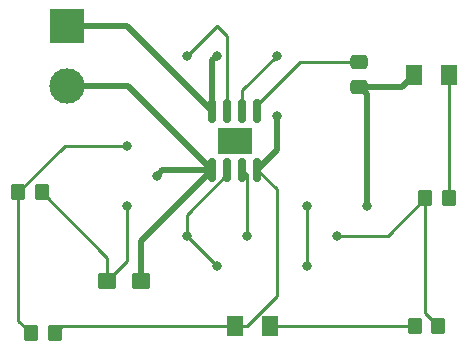
<source format=gbr>
%TF.GenerationSoftware,KiCad,Pcbnew,(6.0.10)*%
%TF.CreationDate,2023-02-17T10:00:27-08:00*%
%TF.ProjectId,exercise2,65786572-6369-4736-9532-2e6b69636164,rev?*%
%TF.SameCoordinates,Original*%
%TF.FileFunction,Copper,L1,Top*%
%TF.FilePolarity,Positive*%
%FSLAX46Y46*%
G04 Gerber Fmt 4.6, Leading zero omitted, Abs format (unit mm)*
G04 Created by KiCad (PCBNEW (6.0.10)) date 2023-02-17 10:00:27*
%MOMM*%
%LPD*%
G01*
G04 APERTURE LIST*
G04 Aperture macros list*
%AMRoundRect*
0 Rectangle with rounded corners*
0 $1 Rounding radius*
0 $2 $3 $4 $5 $6 $7 $8 $9 X,Y pos of 4 corners*
0 Add a 4 corners polygon primitive as box body*
4,1,4,$2,$3,$4,$5,$6,$7,$8,$9,$2,$3,0*
0 Add four circle primitives for the rounded corners*
1,1,$1+$1,$2,$3*
1,1,$1+$1,$4,$5*
1,1,$1+$1,$6,$7*
1,1,$1+$1,$8,$9*
0 Add four rect primitives between the rounded corners*
20,1,$1+$1,$2,$3,$4,$5,0*
20,1,$1+$1,$4,$5,$6,$7,0*
20,1,$1+$1,$6,$7,$8,$9,0*
20,1,$1+$1,$8,$9,$2,$3,0*%
G04 Aperture macros list end*
%TA.AperFunction,SMDPad,CuDef*%
%ADD10RoundRect,0.150000X0.150000X-0.825000X0.150000X0.825000X-0.150000X0.825000X-0.150000X-0.825000X0*%
%TD*%
%TA.AperFunction,SMDPad,CuDef*%
%ADD11R,3.000000X2.290000*%
%TD*%
%TA.AperFunction,SMDPad,CuDef*%
%ADD12RoundRect,0.250000X-0.350000X-0.450000X0.350000X-0.450000X0.350000X0.450000X-0.350000X0.450000X0*%
%TD*%
%TA.AperFunction,SMDPad,CuDef*%
%ADD13RoundRect,0.250000X0.350000X0.450000X-0.350000X0.450000X-0.350000X-0.450000X0.350000X-0.450000X0*%
%TD*%
%TA.AperFunction,ComponentPad*%
%ADD14C,3.000000*%
%TD*%
%TA.AperFunction,ComponentPad*%
%ADD15R,3.000000X3.000000*%
%TD*%
%TA.AperFunction,SMDPad,CuDef*%
%ADD16RoundRect,0.250001X-0.462499X-0.624999X0.462499X-0.624999X0.462499X0.624999X-0.462499X0.624999X0*%
%TD*%
%TA.AperFunction,SMDPad,CuDef*%
%ADD17RoundRect,0.250001X0.462499X0.624999X-0.462499X0.624999X-0.462499X-0.624999X0.462499X-0.624999X0*%
%TD*%
%TA.AperFunction,SMDPad,CuDef*%
%ADD18RoundRect,0.250000X-0.475000X0.337500X-0.475000X-0.337500X0.475000X-0.337500X0.475000X0.337500X0*%
%TD*%
%TA.AperFunction,SMDPad,CuDef*%
%ADD19RoundRect,0.250000X-0.537500X-0.425000X0.537500X-0.425000X0.537500X0.425000X-0.537500X0.425000X0*%
%TD*%
%TA.AperFunction,ViaPad*%
%ADD20C,0.800000*%
%TD*%
%TA.AperFunction,Conductor*%
%ADD21C,0.508000*%
%TD*%
%TA.AperFunction,Conductor*%
%ADD22C,0.254000*%
%TD*%
G04 APERTURE END LIST*
D10*
%TO.P,U1,1,GND*%
%TO.N,GND*%
X134260000Y-78245000D03*
%TO.P,U1,2,TR*%
%TO.N,/pin_2*%
X135530000Y-78245000D03*
%TO.P,U1,3,Q*%
%TO.N,/pin_3*%
X136800000Y-78245000D03*
%TO.P,U1,4,R*%
%TO.N,+9V*%
X138070000Y-78245000D03*
%TO.P,U1,5,CV*%
%TO.N,Net-(C2-Pad1)*%
X138070000Y-73295000D03*
%TO.P,U1,6,THR*%
%TO.N,/pin_2*%
X136800000Y-73295000D03*
%TO.P,U1,7,DIS*%
%TO.N,/pin_7*%
X135530000Y-73295000D03*
%TO.P,U1,8,VCC*%
%TO.N,+9V*%
X134260000Y-73295000D03*
D11*
%TO.P,U1,9*%
%TO.N,N/C*%
X136165000Y-75770000D03*
%TD*%
D12*
%TO.P,R4,1*%
%TO.N,/pin_3*%
X152308256Y-80675000D03*
%TO.P,R4,2*%
%TO.N,Net-(D2-Pad2)*%
X154308256Y-80675000D03*
%TD*%
%TO.P,R3,1*%
%TO.N,Net-(D1-Pad1)*%
X151400000Y-91440000D03*
%TO.P,R3,2*%
%TO.N,/pin_3*%
X153400000Y-91440000D03*
%TD*%
%TO.P,R2,1*%
%TO.N,/pin_7*%
X117834128Y-80150000D03*
%TO.P,R2,2*%
%TO.N,/pin_2*%
X119834128Y-80150000D03*
%TD*%
D13*
%TO.P,R1,1*%
%TO.N,+9V*%
X120907064Y-92100000D03*
%TO.P,R1,2*%
%TO.N,/pin_7*%
X118907064Y-92100000D03*
%TD*%
D14*
%TO.P,J1,2,Pin_2*%
%TO.N,GND*%
X121920000Y-71120000D03*
D15*
%TO.P,J1,1,Pin_1*%
%TO.N,+9V*%
X121920000Y-66040000D03*
%TD*%
D16*
%TO.P,D2,1,K*%
%TO.N,GND*%
X151312500Y-70240000D03*
%TO.P,D2,2,A*%
%TO.N,Net-(D2-Pad2)*%
X154287500Y-70240000D03*
%TD*%
D17*
%TO.P,D1,1,K*%
%TO.N,Net-(D1-Pad1)*%
X139130000Y-91440000D03*
%TO.P,D1,2,A*%
%TO.N,+9V*%
X136155000Y-91440000D03*
%TD*%
D18*
%TO.P,C2,1*%
%TO.N,Net-(C2-Pad1)*%
X146691252Y-69156240D03*
%TO.P,C2,2*%
%TO.N,GND*%
X146691252Y-71231240D03*
%TD*%
D19*
%TO.P,C1,1*%
%TO.N,/pin_2*%
X125377500Y-87635000D03*
%TO.P,C1,2*%
%TO.N,GND*%
X128252500Y-87635000D03*
%TD*%
D20*
%TO.N,+9V*%
X134620000Y-68580000D03*
X139700000Y-73660000D03*
%TO.N,GND*%
X147320000Y-81280000D03*
X129540000Y-78740000D03*
%TO.N,/pin_3*%
X137160000Y-83820000D03*
%TO.N,/pin_2*%
X134620000Y-86360000D03*
X142240000Y-81280000D03*
X139700000Y-68580000D03*
X142240000Y-86360000D03*
X132080000Y-83820000D03*
X127000000Y-81280000D03*
%TO.N,/pin_7*%
X132080000Y-68580000D03*
X127000000Y-76200000D03*
%TO.N,/pin_3*%
X144780000Y-83820000D03*
%TD*%
D21*
%TO.N,+9V*%
X139700000Y-76615000D02*
X138070000Y-78245000D01*
X139700000Y-73660000D02*
X139700000Y-76615000D01*
X134260000Y-68940000D02*
X134620000Y-68580000D01*
X134260000Y-73295000D02*
X134260000Y-68940000D01*
%TO.N,GND*%
X147320000Y-71859988D02*
X146691252Y-71231240D01*
X147320000Y-81280000D02*
X147320000Y-71859988D01*
X130035000Y-78245000D02*
X129540000Y-78740000D01*
X134260000Y-78245000D02*
X130035000Y-78245000D01*
X150321260Y-71231240D02*
X151312500Y-70240000D01*
X146691252Y-71231240D02*
X150321260Y-71231240D01*
X128252500Y-87635000D02*
X128252500Y-84252500D01*
X128252500Y-84252500D02*
X134260000Y-78245000D01*
D22*
%TO.N,+9V*%
X139700000Y-79875000D02*
X138070000Y-78245000D01*
X139700000Y-88900000D02*
X139700000Y-79875000D01*
X137160000Y-91440000D02*
X139700000Y-88900000D01*
X136155000Y-91440000D02*
X137160000Y-91440000D01*
%TO.N,/pin_2*%
X134620000Y-86360000D02*
X132080000Y-83820000D01*
%TO.N,/pin_3*%
X137160000Y-78605000D02*
X136800000Y-78245000D01*
X137160000Y-83820000D02*
X137160000Y-78605000D01*
%TO.N,/pin_2*%
X142240000Y-81280000D02*
X142240000Y-86360000D01*
X136800000Y-71480000D02*
X139700000Y-68580000D01*
X136800000Y-73295000D02*
X136800000Y-71480000D01*
X135530000Y-78624580D02*
X135530000Y-78245000D01*
X132080000Y-82074580D02*
X135530000Y-78624580D01*
X132080000Y-83820000D02*
X132080000Y-82074580D01*
X125377500Y-87635000D02*
X127000000Y-86012500D01*
X127000000Y-86012500D02*
X127000000Y-81280000D01*
%TO.N,/pin_7*%
X135530000Y-66950000D02*
X135530000Y-73295000D01*
X134620000Y-66040000D02*
X135530000Y-66950000D01*
X132080000Y-68580000D02*
X134620000Y-66040000D01*
X121784128Y-76200000D02*
X127000000Y-76200000D01*
X117834128Y-80150000D02*
X121784128Y-76200000D01*
%TO.N,/pin_3*%
X149163256Y-83820000D02*
X144780000Y-83820000D01*
X152308256Y-80675000D02*
X149163256Y-83820000D01*
%TO.N,/pin_2*%
X125377500Y-87635000D02*
X125377500Y-85693372D01*
X125377500Y-85693372D02*
X119834128Y-80150000D01*
%TO.N,/pin_7*%
X117834128Y-91027064D02*
X117834128Y-80150000D01*
X118907064Y-92100000D02*
X117834128Y-91027064D01*
%TO.N,+9V*%
X136155000Y-91440000D02*
X121567064Y-91440000D01*
X121567064Y-91440000D02*
X120907064Y-92100000D01*
%TO.N,Net-(D1-Pad1)*%
X151400000Y-91440000D02*
X139130000Y-91440000D01*
%TO.N,/pin_3*%
X152308256Y-90348256D02*
X153400000Y-91440000D01*
X152308256Y-80675000D02*
X152308256Y-90348256D01*
%TO.N,Net-(D2-Pad2)*%
X154308256Y-70260756D02*
X154308256Y-80675000D01*
X154287500Y-70240000D02*
X154308256Y-70260756D01*
%TO.N,Net-(C2-Pad1)*%
X138070000Y-72750000D02*
X138070000Y-73295000D01*
X141663760Y-69156240D02*
X138070000Y-72750000D01*
X146691252Y-69156240D02*
X141663760Y-69156240D01*
D21*
%TO.N,GND*%
X127135000Y-71120000D02*
X134260000Y-78245000D01*
X121920000Y-71120000D02*
X127135000Y-71120000D01*
%TO.N,+9V*%
X127005000Y-66040000D02*
X134260000Y-73295000D01*
X121920000Y-66040000D02*
X127005000Y-66040000D01*
%TD*%
M02*

</source>
